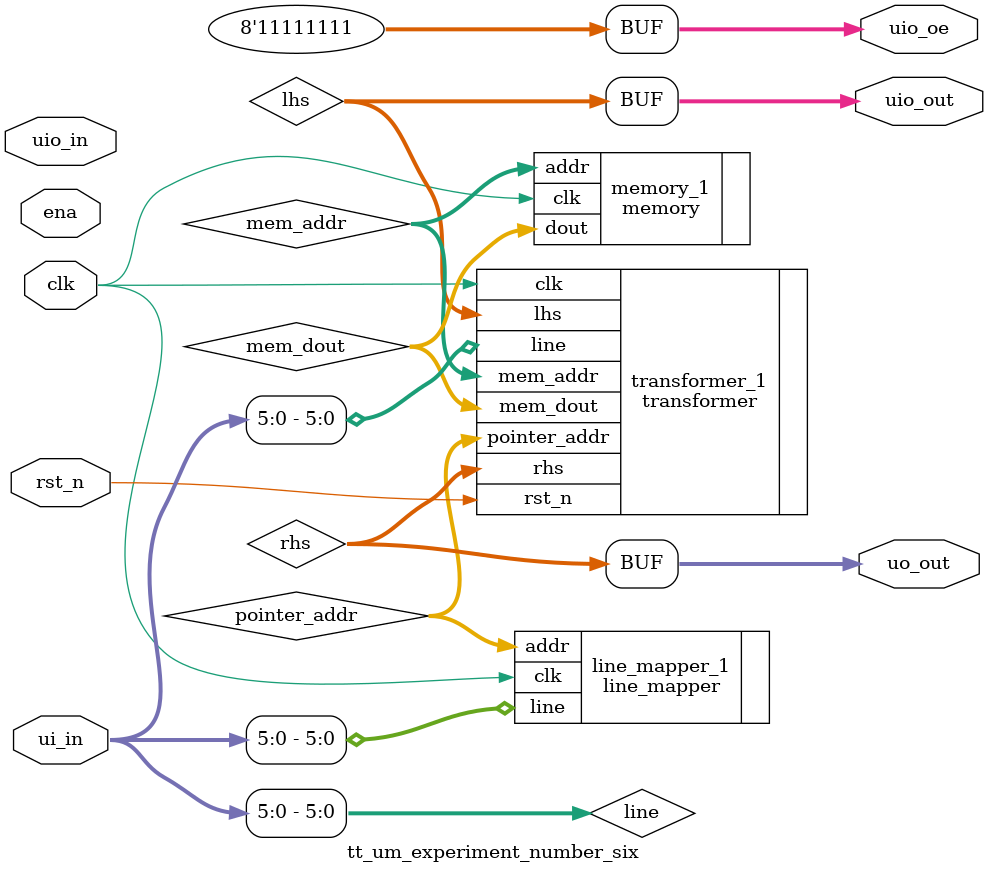
<source format=v>
`default_nettype none

`include "tex/transforms.v"

module tt_um_experiment_number_six (
    input  wire [7:0] ui_in,    // Dedicated inputs - connected to the input switches
    output wire [7:0] uo_out,   // Dedicated outputs - connected to the 7 segment display
    input  wire [7:0] uio_in,   // IOs: Bidirectional Input path
    output wire [7:0] uio_out,  // IOs: Bidirectional Output path
    output wire [7:0] uio_oe,   // IOs: Bidirectional Enable path (active high: 0=input, 1=output)
    input  wire       ena,      // will go high when the design is enabled
    input  wire       clk,      // clock
    input  wire       rst_n     // reset_n - low to reset
);


// input: number between 0->50
// output uio_out: function encoded in LaTeX as ASCII
// output uo_out: laplace transform of function encoded in latex as ASCII

// mystery bit: triggers CQ DE KC1GPW

//assign uio_out = 8'b11111111;
assign uio_oe = 8'b11111111;
//assign uo_out = 8'b11111111;

wire [5:0] fn_id;

reg [1:0] cnt_div_pre; // divide the clock by 2**(2**(cnt_div*2))
// 2**(2**(0*2)) = 2
// 2**(2**(1*2)) = 2**4 = 16
// 2**(2**(2*2)) = 2**16 = 65536
// 2**(2**3) = 2**8 = 256

reg [31:0] cnt;


wire [5:0] line;
wire [7:0] lhs, rhs;
wire [7:0] mem_addr;
wire [11:0] pointer_addr;
wire [15:0] mem_dout;

transformer transformer_1 (
	.line(line),
	.clk(clk),
	.rst_n(rst_n),
	.lhs(lhs),
	.rhs(rhs),
	.pointer_addr(pointer_addr),
	.mem_addr(mem_addr),
	.mem_dout(mem_dout)
);


// stores the transforms as packed ascii
memory memory_1 (
    .addr(mem_addr),
    .dout(mem_dout),
    .clk(clk)
);

// gets the appropriate indices for each line
line_mapper line_mapper_1 (
    .clk(clk),
    .line(line),
    .addr(pointer_addr)
);

assign line = ui_in[5:0];
assign uio_out = lhs;
assign uo_out = rhs;


endmodule

</source>
